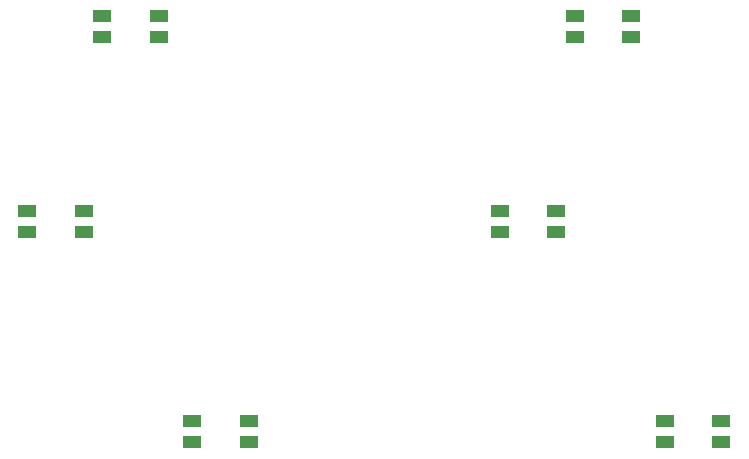
<source format=gbp>
G04 #@! TF.GenerationSoftware,KiCad,Pcbnew,5.0.2-bee76a0~70~ubuntu18.04.1*
G04 #@! TF.CreationDate,2019-06-15T01:55:41+09:00*
G04 #@! TF.ProjectId,shield,73686965-6c64-42e6-9b69-6361645f7063,rev?*
G04 #@! TF.SameCoordinates,Original*
G04 #@! TF.FileFunction,Paste,Bot*
G04 #@! TF.FilePolarity,Positive*
%FSLAX46Y46*%
G04 Gerber Fmt 4.6, Leading zero omitted, Abs format (unit mm)*
G04 Created by KiCad (PCBNEW 5.0.2-bee76a0~70~ubuntu18.04.1) date 2019年06月15日 01時55分41秒*
%MOMM*%
%LPD*%
G01*
G04 APERTURE LIST*
%ADD10R,1.600000X1.000000*%
G04 APERTURE END LIST*
D10*
G04 #@! TO.C,L3*
X80505000Y-40245000D03*
X80505000Y-38495000D03*
X75705000Y-38495000D03*
X75705000Y-40245000D03*
G04 #@! TD*
G04 #@! TO.C,L2*
X74155000Y-56755000D03*
X74155000Y-55005000D03*
X69355000Y-55005000D03*
X69355000Y-56755000D03*
G04 #@! TD*
G04 #@! TO.C,L1*
X88125000Y-74535000D03*
X88125000Y-72785000D03*
X83325000Y-72785000D03*
X83325000Y-74535000D03*
G04 #@! TD*
G04 #@! TO.C,L3*
X115710000Y-40245000D03*
X115710000Y-38495000D03*
X120510000Y-38495000D03*
X120510000Y-40245000D03*
G04 #@! TD*
G04 #@! TO.C,L2*
X109360000Y-56755000D03*
X109360000Y-55005000D03*
X114160000Y-55005000D03*
X114160000Y-56755000D03*
G04 #@! TD*
G04 #@! TO.C,L1*
X123330000Y-74535000D03*
X123330000Y-72785000D03*
X128130000Y-72785000D03*
X128130000Y-74535000D03*
G04 #@! TD*
M02*

</source>
